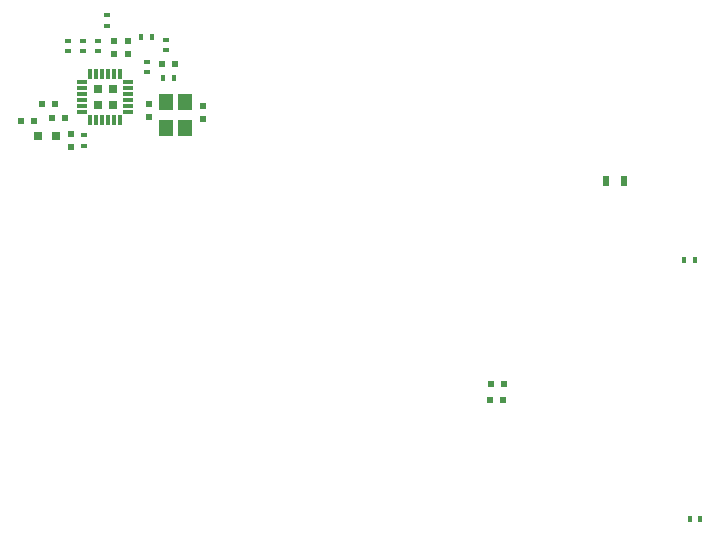
<source format=gbr>
G04 #@! TF.FileFunction,Paste,Top*
%FSLAX46Y46*%
G04 Gerber Fmt 4.6, Leading zero omitted, Abs format (unit mm)*
G04 Created by KiCad (PCBNEW 4.0.7) date 09/09/17 19:19:23*
%MOMM*%
%LPD*%
G01*
G04 APERTURE LIST*
%ADD10C,0.100000*%
%ADD11R,0.600000X0.400000*%
%ADD12R,0.600000X0.500000*%
%ADD13R,0.800000X0.750000*%
%ADD14R,0.500000X0.600000*%
%ADD15R,0.500000X0.900000*%
%ADD16R,0.400000X0.600000*%
%ADD17R,1.150000X1.400000*%
%ADD18R,0.300000X0.850000*%
%ADD19R,0.850000X0.300000*%
%ADD20R,0.780000X0.780000*%
G04 APERTURE END LIST*
D10*
D11*
X147828000Y-96081000D03*
X147828000Y-95181000D03*
D12*
X182187400Y-124202200D03*
X181087400Y-124202200D03*
X182167400Y-125629200D03*
X181067400Y-125629200D03*
X153247000Y-97155000D03*
X154347000Y-97155000D03*
X144187000Y-100507800D03*
X143087000Y-100507800D03*
D13*
X144260000Y-103251000D03*
X142760000Y-103251000D03*
D14*
X145542000Y-103082000D03*
X145542000Y-104182000D03*
D12*
X145076000Y-101676200D03*
X143976000Y-101676200D03*
D14*
X152146000Y-100542000D03*
X152146000Y-101642000D03*
D12*
X142409000Y-101981000D03*
X141309000Y-101981000D03*
D14*
X149225000Y-96308000D03*
X149225000Y-95208000D03*
X156718000Y-101769000D03*
X156718000Y-100669000D03*
X150368000Y-96308000D03*
X150368000Y-95208000D03*
D15*
X192393000Y-107061000D03*
X190893000Y-107061000D03*
D16*
X198379000Y-113780000D03*
X197479000Y-113780000D03*
X198863400Y-135644200D03*
X197963400Y-135644200D03*
X153347000Y-98298000D03*
X154247000Y-98298000D03*
D11*
X145288000Y-95181000D03*
X145288000Y-96081000D03*
X146685000Y-103182000D03*
X146685000Y-104082000D03*
X148590000Y-93922000D03*
X148590000Y-93022000D03*
X146558000Y-96081000D03*
X146558000Y-95181000D03*
X153570000Y-95990000D03*
X153570000Y-95090000D03*
D17*
X155232000Y-102573000D03*
X153632000Y-102573000D03*
X153632000Y-100373000D03*
X155232000Y-100373000D03*
D11*
X152019000Y-97859000D03*
X152019000Y-96959000D03*
D18*
X147213000Y-101899000D03*
X147713000Y-101899000D03*
X148213000Y-101899000D03*
X148713000Y-101899000D03*
X149213000Y-101899000D03*
X149713000Y-101899000D03*
D19*
X150413000Y-101199000D03*
X150413000Y-100699000D03*
X150413000Y-100199000D03*
X150413000Y-99699000D03*
X150413000Y-99199000D03*
X150413000Y-98699000D03*
D18*
X149713000Y-97999000D03*
X149213000Y-97999000D03*
X148713000Y-97999000D03*
X148213000Y-97999000D03*
X147713000Y-97999000D03*
X147213000Y-97999000D03*
D19*
X146513000Y-98699000D03*
X146513000Y-99199000D03*
X146513000Y-99699000D03*
X146513000Y-100199000D03*
X146513000Y-100699000D03*
X146513000Y-101199000D03*
D20*
X149113000Y-99299000D03*
X147813000Y-99299000D03*
X149113000Y-100599000D03*
X147813000Y-100599000D03*
D16*
X151490000Y-94860000D03*
X152390000Y-94860000D03*
M02*

</source>
